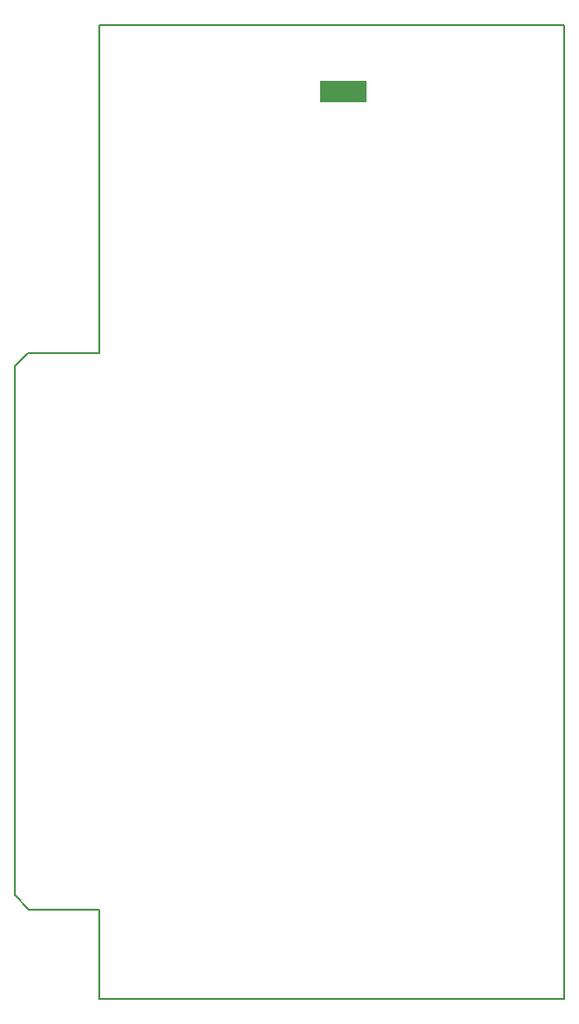
<source format=gbr>
%TF.GenerationSoftware,KiCad,Pcbnew,8.0.2*%
%TF.CreationDate,2024-07-21T18:01:21+02:00*%
%TF.ProjectId,CzlapCzlapTOP,437a6c61-7043-47a6-9c61-70544f502e6b,rev?*%
%TF.SameCoordinates,Original*%
%TF.FileFunction,Profile,NP*%
%FSLAX46Y46*%
G04 Gerber Fmt 4.6, Leading zero omitted, Abs format (unit mm)*
G04 Created by KiCad (PCBNEW 8.0.2) date 2024-07-21 18:01:21*
%MOMM*%
%LPD*%
G01*
G04 APERTURE LIST*
%TA.AperFunction,Profile*%
%ADD10C,0.200000*%
%TD*%
%TA.AperFunction,Profile*%
%ADD11C,0.100000*%
%TD*%
G04 APERTURE END LIST*
D10*
X94750000Y-97942400D02*
X88343226Y-97942400D01*
X87071200Y-96666018D02*
X88343226Y-97942400D01*
X137210000Y-17373600D02*
X94750000Y-17373600D01*
X94750000Y-106070400D02*
X94750000Y-97942400D01*
X87071200Y-48414713D02*
X87071200Y-96666018D01*
X94750000Y-47244000D02*
X94750000Y-17373600D01*
X88239600Y-47245996D02*
X94750000Y-47245996D01*
X87071200Y-48414713D02*
X88239600Y-47245996D01*
X137210800Y-106070400D02*
X137210800Y-17373600D01*
X137210800Y-106070400D02*
X94750000Y-106070400D01*
%TO.C,J22*%
D11*
X119093200Y-24335600D02*
X114883200Y-24335600D01*
X114883200Y-22415600D01*
X119093200Y-22415600D01*
X119093200Y-24335600D01*
%TA.AperFunction,Profile*%
G36*
X119093200Y-24335600D02*
G01*
X114883200Y-24335600D01*
X114883200Y-22415600D01*
X119093200Y-22415600D01*
X119093200Y-24335600D01*
G37*
%TD.AperFunction*%
%TD*%
M02*

</source>
